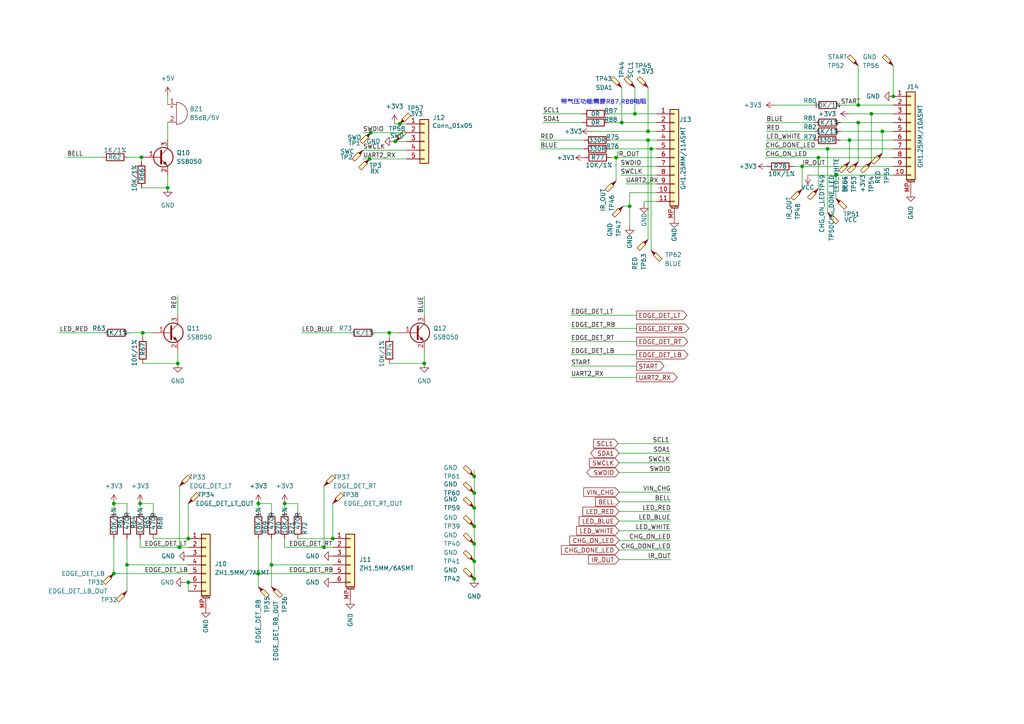
<source format=kicad_sch>
(kicad_sch (version 20231120) (generator "eeschema") (generator_version "8.0")
  (paper "A4")
  (title_block (company "Ovobot"))
  (lib_symbols
    (symbol "Connector:TestPoint_Probe" (pin_numbers hide) (pin_names (offset 0.762) hide)
      (property "Reference" "TP" (at 1.651 5.842 0))
      (property "Value" "TestPoint_Probe" (at 1.651 4.064 0))
      (symbol "TestPoint_Probe_0_1"
        (polyline (pts (xy 1.27 0.762) (xy 0 0) (xy 0.762 1.27) (xy 1.27 0.762)) (fill (type outline)))
        (polyline (pts (xy 1.397 0.635) (xy 0.635 1.397) (xy 2.413 3.175) (xy 3.175 2.413) (xy 1.397 0.635)) (fill (type background)))
      )
      (symbol "TestPoint_Probe_1_1"
        (pin passive line (at 0 0 90) (length 0) (name "1") (number "1"))
      )
    )
    (symbol "Connector_Generic:Conn_01x05" (pin_names (offset 1.016) hide)
      (property "Reference" "J" (at 0 7.62 0))
      (property "Value" "Conn_01x05" (at 0 -7.62 0))
      (symbol "Conn_01x05_1_1"
        (rectangle (start -1.27 -4.953) (end 0 -5.207) (stroke (width 0.1524)))
        (rectangle (start -1.27 -2.413) (end 0 -2.667) (stroke (width 0.1524)))
        (rectangle (start -1.27 0.127) (end 0 -0.127) (stroke (width 0.1524)))
        (rectangle (start -1.27 2.667) (end 0 2.413) (stroke (width 0.1524)))
        (rectangle (start -1.27 5.207) (end 0 4.953) (stroke (width 0.1524)))
        (rectangle (start -1.27 6.35) (end 1.27 -6.35) (stroke (width 0.254)) (fill (type background)))
        (pin passive line (at -5.08 5.08 0) (length 3.81) (name "Pin_1") (number "1"))
        (pin passive line (at -5.08 2.54 0) (length 3.81) (name "Pin_2") (number "2"))
        (pin passive line (at -5.08 0 0) (length 3.81) (name "Pin_3") (number "3"))
        (pin passive line (at -5.08 -2.54 0) (length 3.81) (name "Pin_4") (number "4"))
        (pin passive line (at -5.08 -5.08 0) (length 3.81) (name "Pin_5") (number "5"))
      )
    )
    (symbol "Connector_Generic_MountingPin:Conn_01x06_MountingPin" (pin_names (offset 1.016) hide)
      (property "Reference" "J" (at 0 7.62 0))
      (property "Value" "Conn_01x06_MountingPin" (at 1.27 -10.16 0))
      (symbol "Conn_01x06_MountingPin_1_1"
        (rectangle (start -1.27 -7.493) (end 0 -7.747) (stroke (width 0.1524)))
        (rectangle (start -1.27 -4.953) (end 0 -5.207) (stroke (width 0.1524)))
        (rectangle (start -1.27 -2.413) (end 0 -2.667) (stroke (width 0.1524)))
        (rectangle (start -1.27 0.127) (end 0 -0.127) (stroke (width 0.1524)))
        (rectangle (start -1.27 2.667) (end 0 2.413) (stroke (width 0.1524)))
        (rectangle (start -1.27 5.207) (end 0 4.953) (stroke (width 0.1524)))
        (rectangle (start -1.27 6.35) (end 1.27 -8.89) (stroke (width 0.254)) (fill (type background)))
        (polyline (pts (xy -1.016 -9.652) (xy 1.016 -9.652)) (stroke (width 0.1524)))
        (text "Mounting" (at 0 -9.271 0) (effects (font (size 0.381 0.381))))
        (pin passive line (at -5.08 5.08 0) (length 3.81) (name "Pin_1") (number "1"))
        (pin passive line (at -5.08 2.54 0) (length 3.81) (name "Pin_2") (number "2"))
        (pin passive line (at -5.08 0 0) (length 3.81) (name "Pin_3") (number "3"))
        (pin passive line (at -5.08 -2.54 0) (length 3.81) (name "Pin_4") (number "4"))
        (pin passive line (at -5.08 -5.08 0) (length 3.81) (name "Pin_5") (number "5"))
        (pin passive line (at -5.08 -7.62 0) (length 3.81) (name "Pin_6") (number "6"))
        (pin passive line (at 0 -12.7 90) (length 3.048) (name "MountPin") (number "MP"))
      )
    )
    (symbol "Connector_Generic_MountingPin:Conn_01x07_MountingPin" (pin_names (offset 1.016) hide)
      (property "Reference" "J" (at 0 10.16 0))
      (property "Value" "Conn_01x07_MountingPin" (at 1.27 -10.16 0))
      (symbol "Conn_01x07_MountingPin_1_1"
        (rectangle (start -1.27 -7.493) (end 0 -7.747) (stroke (width 0.1524)))
        (rectangle (start -1.27 -4.953) (end 0 -5.207) (stroke (width 0.1524)))
        (rectangle (start -1.27 -2.413) (end 0 -2.667) (stroke (width 0.1524)))
        (rectangle (start -1.27 0.127) (end 0 -0.127) (stroke (width 0.1524)))
        (rectangle (start -1.27 2.667) (end 0 2.413) (stroke (width 0.1524)))
        (rectangle (start -1.27 5.207) (end 0 4.953) (stroke (width 0.1524)))
        (rectangle (start -1.27 7.747) (end 0 7.493) (stroke (width 0.1524)))
        (rectangle (start -1.27 8.89) (end 1.27 -8.89) (stroke (width 0.254)) (fill (type background)))
        (polyline (pts (xy -1.016 -9.652) (xy 1.016 -9.652)) (stroke (width 0.1524)))
        (text "Mounting" (at 0 -9.271 0) (effects (font (size 0.381 0.381))))
        (pin passive line (at -5.08 7.62 0) (length 3.81) (name "Pin_1") (number "1"))
        (pin passive line (at -5.08 5.08 0) (length 3.81) (name "Pin_2") (number "2"))
        (pin passive line (at -5.08 2.54 0) (length 3.81) (name "Pin_3") (number "3"))
        (pin passive line (at -5.08 0 0) (length 3.81) (name "Pin_4") (number "4"))
        (pin passive line (at -5.08 -2.54 0) (length 3.81) (name "Pin_5") (number "5"))
        (pin passive line (at -5.08 -5.08 0) (length 3.81) (name "Pin_6") (number "6"))
        (pin passive line (at -5.08 -7.62 0) (length 3.81) (name "Pin_7") (number "7"))
        (pin passive line (at 0 -12.7 90) (length 3.048) (name "MountPin") (number "MP"))
      )
    )
    (symbol "Connector_Generic_MountingPin:Conn_01x10_MountingPin" (pin_names (offset 1.016) hide)
      (property "Reference" "J" (at 0 12.7 0))
      (property "Value" "Conn_01x10_MountingPin" (at 1.27 -15.24 0))
      (symbol "Conn_01x10_MountingPin_1_1"
        (rectangle (start -1.27 -12.573) (end 0 -12.827) (stroke (width 0.1524)))
        (rectangle (start -1.27 -10.033) (end 0 -10.287) (stroke (width 0.1524)))
        (rectangle (start -1.27 -7.493) (end 0 -7.747) (stroke (width 0.1524)))
        (rectangle (start -1.27 -4.953) (end 0 -5.207) (stroke (width 0.1524)))
        (rectangle (start -1.27 -2.413) (end 0 -2.667) (stroke (width 0.1524)))
        (rectangle (start -1.27 0.127) (end 0 -0.127) (stroke (width 0.1524)))
        (rectangle (start -1.27 2.667) (end 0 2.413) (stroke (width 0.1524)))
        (rectangle (start -1.27 5.207) (end 0 4.953) (stroke (width 0.1524)))
        (rectangle (start -1.27 7.747) (end 0 7.493) (stroke (width 0.1524)))
        (rectangle (start -1.27 10.287) (end 0 10.033) (stroke (width 0.1524)))
        (rectangle (start -1.27 11.43) (end 1.27 -13.97) (stroke (width 0.254)) (fill (type background)))
        (polyline (pts (xy -1.016 -14.732) (xy 1.016 -14.732)) (stroke (width 0.1524)))
        (text "Mounting" (at 0 -14.351 0) (effects (font (size 0.381 0.381))))
        (pin passive line (at -5.08 10.16 0) (length 3.81) (name "Pin_1") (number "1"))
        (pin passive line (at -5.08 -12.7 0) (length 3.81) (name "Pin_10") (number "10"))
        (pin passive line (at -5.08 7.62 0) (length 3.81) (name "Pin_2") (number "2"))
        (pin passive line (at -5.08 5.08 0) (length 3.81) (name "Pin_3") (number "3"))
        (pin passive line (at -5.08 2.54 0) (length 3.81) (name "Pin_4") (number "4"))
        (pin passive line (at -5.08 0 0) (length 3.81) (name "Pin_5") (number "5"))
        (pin passive line (at -5.08 -2.54 0) (length 3.81) (name "Pin_6") (number "6"))
        (pin passive line (at -5.08 -5.08 0) (length 3.81) (name "Pin_7") (number "7"))
        (pin passive line (at -5.08 -7.62 0) (length 3.81) (name "Pin_8") (number "8"))
        (pin passive line (at -5.08 -10.16 0) (length 3.81) (name "Pin_9") (number "9"))
        (pin passive line (at 0 -17.78 90) (length 3.048) (name "MountPin") (number "MP"))
      )
    )
    (symbol "Connector_Generic_MountingPin:Conn_01x11_MountingPin" (pin_names (offset 1.016) hide)
      (property "Reference" "J" (at 0 15.24 0))
      (property "Value" "Conn_01x11_MountingPin" (at 1.27 -15.24 0))
      (symbol "Conn_01x11_MountingPin_1_1"
        (rectangle (start -1.27 -12.573) (end 0 -12.827) (stroke (width 0.1524)))
        (rectangle (start -1.27 -10.033) (end 0 -10.287) (stroke (width 0.1524)))
        (rectangle (start -1.27 -7.493) (end 0 -7.747) (stroke (width 0.1524)))
        (rectangle (start -1.27 -4.953) (end 0 -5.207) (stroke (width 0.1524)))
        (rectangle (start -1.27 -2.413) (end 0 -2.667) (stroke (width 0.1524)))
        (rectangle (start -1.27 0.127) (end 0 -0.127) (stroke (width 0.1524)))
        (rectangle (start -1.27 2.667) (end 0 2.413) (stroke (width 0.1524)))
        (rectangle (start -1.27 5.207) (end 0 4.953) (stroke (width 0.1524)))
        (rectangle (start -1.27 7.747) (end 0 7.493) (stroke (width 0.1524)))
        (rectangle (start -1.27 10.287) (end 0 10.033) (stroke (width 0.1524)))
        (rectangle (start -1.27 12.827) (end 0 12.573) (stroke (width 0.1524)))
        (rectangle (start -1.27 13.97) (end 1.27 -13.97) (stroke (width 0.254)) (fill (type background)))
        (polyline (pts (xy -1.016 -14.732) (xy 1.016 -14.732)) (stroke (width 0.1524)))
        (text "Mounting" (at 0 -14.351 0) (effects (font (size 0.381 0.381))))
        (pin passive line (at -5.08 12.7 0) (length 3.81) (name "Pin_1") (number "1"))
        (pin passive line (at -5.08 -10.16 0) (length 3.81) (name "Pin_10") (number "10"))
        (pin passive line (at -5.08 -12.7 0) (length 3.81) (name "Pin_11") (number "11"))
        (pin passive line (at -5.08 10.16 0) (length 3.81) (name "Pin_2") (number "2"))
        (pin passive line (at -5.08 7.62 0) (length 3.81) (name "Pin_3") (number "3"))
        (pin passive line (at -5.08 5.08 0) (length 3.81) (name "Pin_4") (number "4"))
        (pin passive line (at -5.08 2.54 0) (length 3.81) (name "Pin_5") (number "5"))
        (pin passive line (at -5.08 0 0) (length 3.81) (name "Pin_6") (number "6"))
        (pin passive line (at -5.08 -2.54 0) (length 3.81) (name "Pin_7") (number "7"))
        (pin passive line (at -5.08 -5.08 0) (length 3.81) (name "Pin_8") (number "8"))
        (pin passive line (at -5.08 -7.62 0) (length 3.81) (name "Pin_9") (number "9"))
        (pin passive line (at 0 -17.78 90) (length 3.048) (name "MountPin") (number "MP"))
      )
    )
    (symbol "Device:Buzzer" (pin_names (offset 0.0254) hide)
      (property "Reference" "BZ" (at 3.81 1.27 0))
      (property "Value" "Buzzer" (at 3.81 -1.27 0))
      (symbol "Buzzer_0_1"
        (arc (start 0 -3.175) (mid 3.1612 0) (end 0 3.175))
        (polyline (pts (xy -1.651 1.905) (xy -1.143 1.905)))
        (polyline (pts (xy -1.397 2.159) (xy -1.397 1.651)))
        (polyline (pts (xy 0 3.175) (xy 0 -3.175)))
      )
      (symbol "Buzzer_1_1"
        (pin passive line (at -2.54 2.54 0) (length 2.54) (name "-") (number "1"))
        (pin passive line (at -2.54 -2.54 0) (length 2.54) (name "+") (number "2"))
      )
    )
    (symbol "Device:Q_NPN_BEC" (pin_names (offset 0) hide)
      (property "Reference" "Q" (at 5.08 1.27 0))
      (property "Value" "Q_NPN_BEC" (at 5.08 -1.27 0))
      (symbol "Q_NPN_BEC_0_1"
        (polyline (pts (xy 0.635 0.635) (xy 2.54 2.54)))
        (polyline (pts (xy 0.635 -0.635) (xy 2.54 -2.54) (xy 2.54 -2.54)))
        (polyline (pts (xy 0.635 1.905) (xy 0.635 -1.905) (xy 0.635 -1.905)) (stroke (width 0.508)))
        (polyline (pts (xy 1.27 -1.778) (xy 1.778 -1.27) (xy 2.286 -2.286) (xy 1.27 -1.778) (xy 1.27 -1.778)) (fill (type outline)))
        (circle (center 1.27 0) (radius 2.8194) (stroke (width 0.254)))
      )
      (symbol "Q_NPN_BEC_1_1"
        (pin input line (at -5.08 0 0) (length 5.715) (name "B") (number "1"))
        (pin passive line (at 2.54 -5.08 90) (length 2.54) (name "E") (number "2"))
        (pin passive line (at 2.54 5.08 270) (length 2.54) (name "C") (number "3"))
      )
    )
    (symbol "Device:R" (pin_numbers hide) (pin_names (offset 0))
      (property "Reference" "R" (at 2.032 0 90))
      (property "Value" "R" (at 0 0 90))
      (symbol "R_0_1"
        (rectangle (start -1.016 -2.54) (end 1.016 2.54) (stroke (width 0.254)))
      )
      (symbol "R_1_1"
        (pin passive line (at 0 3.81 270) (length 1.27) (name "~") (number "1"))
        (pin passive line (at 0 -3.81 90) (length 1.27) (name "~") (number "2"))
      )
    )
    (symbol "power:+3V3" (power) (pin_names (offset 0))
      (property "Value" "+3V3" (at 0 3.556 0))
      (symbol "+3V3_0_1"
        (polyline (pts (xy -0.762 1.27) (xy 0 2.54)))
        (polyline (pts (xy 0 0) (xy 0 2.54)))
        (polyline (pts (xy 0 2.54) (xy 0.762 1.27)))
      )
      (symbol "+3V3_1_1"
        (pin power_in line (at 0 0 90) (length 0) hide (name "+3V3") (number "1"))
      )
    )
    (symbol "power:+5V" (power) (pin_names (offset 0))
      (property "Value" "+5V" (at 0 3.556 0))
      (symbol "+5V_0_1"
        (polyline (pts (xy -0.762 1.27) (xy 0 2.54)))
        (polyline (pts (xy 0 0) (xy 0 2.54)))
        (polyline (pts (xy 0 2.54) (xy 0.762 1.27)))
      )
      (symbol "+5V_1_1"
        (pin power_in line (at 0 0 90) (length 0) hide (name "+5V") (number "1"))
      )
    )
    (symbol "power:GND" (power) (pin_names (offset 0))
      (property "Value" "GND" (at 0 -3.81 0))
      (symbol "GND_0_1"
        (polyline (pts (xy 0 0) (xy 0 -1.27) (xy 1.27 -1.27) (xy 0 -2.54) (xy -1.27 -1.27) (xy 0 -1.27)))
      )
      (symbol "GND_1_1"
        (pin power_in line (at 0 0 270) (length 0) hide (name "GND") (number "1"))
      )
    )
    (symbol "power:VCC" (power) (pin_names (offset 0))
      (property "Value" "VCC" (at 0 3.81 0))
      (symbol "VCC_0_1"
        (polyline (pts (xy -0.762 1.27) (xy 0 2.54)))
        (polyline (pts (xy 0 0) (xy 0 2.54)))
        (polyline (pts (xy 0 2.54) (xy 0.762 1.27)))
      )
      (symbol "VCC_1_1"
        (pin power_in line (at 0 0 90) (length 0) hide (name "VCC") (number "1"))
      )
    )
  )
  (junction (at 255.905 38.1))
  (junction (at 107.188 46.101))
  (junction (at 78.74 163.83))
  (junction (at 242.443 50.8))
  (junction (at 74.93 166.37))
  (junction (at 114.681 41.021))
  (junction (at 41.402 96.52))
  (junction (at 182.626 59.817))
  (junction (at 33.02 166.37))
  (junction (at 51.562 105.41))
  (junction (at 248.92 30.48))
  (junction (at 96.52 156.21))
  (junction (at 237.363 45.72))
  (junction (at 54.61 156.21))
  (junction (at 52.07 158.75))
  (junction (at 137.541 157.734))
  (junction (at 115.951 35.941))
  (junction (at 74.93 146.05))
  (junction (at 188.849 43.18))
  (junction (at 40.64 146.05))
  (junction (at 93.98 158.75))
  (junction (at 137.541 167.894))
  (junction (at 123.063 105.41))
  (junction (at 137.541 147.32))
  (junction (at 180.34 35.56))
  (junction (at 33.02 146.05))
  (junction (at 137.541 162.814))
  (junction (at 184.15 33.02))
  (junction (at 137.541 143.002))
  (junction (at 187.96 38.1))
  (junction (at 48.641 54.483))
  (junction (at 178.689 45.72))
  (junction (at 41.021 45.593))
  (junction (at 246.38 40.64))
  (junction (at 187.96 40.64))
  (junction (at 248.92 35.56))
  (junction (at 107.569 38.481))
  (junction (at 112.903 96.52))
  (junction (at 82.55 146.05))
  (junction (at 259.08 27.94))
  (junction (at 36.83 163.83))
  (junction (at 252.73 33.02))
  (junction (at 240.03 43.18))
  (junction (at 137.541 152.654))
  (junction (at 54.61 168.91))
  (junction (at 137.541 138.176))
  (junction (at 232.664 48.26))
  (wire (pts (xy 82.55 158.75) (xy 93.98 158.75)))
  (wire (pts (xy 240.03 61.722) (xy 240.03 43.18)))
  (wire (pts (xy 114.681 41.021) (xy 117.983 41.021)))
  (wire (pts (xy 186.817 58.42) (xy 186.817 59.182)))
  (wire (pts (xy 243.84 30.48) (xy 248.92 30.48)))
  (wire (pts (xy 165.608 99.06) (xy 184.658 99.06)))
  (wire (pts (xy 221.996 45.72) (xy 237.363 45.72)))
  (wire (pts (xy 234.315 50.8) (xy 242.443 50.8)))
  (wire (pts (xy 44.45 156.21) (xy 54.61 156.21)))
  (wire (pts (xy 224.79 30.48) (xy 236.22 30.48)))
  (wire (pts (xy 114.173 41.021) (xy 114.681 41.021)))
  (wire (pts (xy 243.84 35.56) (xy 248.92 35.56)))
  (wire (pts (xy 179.578 145.542) (xy 194.564 145.542)))
  (wire (pts (xy 179.578 137.033) (xy 194.437 137.033)))
  (wire (pts (xy 171.45 38.1) (xy 187.96 38.1)))
  (wire (pts (xy 179.578 159.512) (xy 194.564 159.512)))
  (wire (pts (xy 165.608 106.172) (xy 184.658 106.172)))
  (wire (pts (xy 187.96 40.64) (xy 190.5 40.64)))
  (wire (pts (xy 86.36 156.21) (xy 96.52 156.21)))
  (wire (pts (xy 36.83 146.05) (xy 36.83 148.59)))
  (wire (pts (xy 40.64 158.75) (xy 40.64 156.21)))
  (wire (pts (xy 105.283 43.561) (xy 117.983 43.561)))
  (wire (pts (xy 137.541 152.654) (xy 137.541 157.734)))
  (wire (pts (xy 255.905 38.1) (xy 259.08 38.1)))
  (wire (pts (xy 44.45 148.59) (xy 44.45 146.05)))
  (wire (pts (xy 78.74 156.21) (xy 78.74 163.83)))
  (wire (pts (xy 180.34 25.4) (xy 180.34 35.56)))
  (wire (pts (xy 48.641 35.433) (xy 48.641 40.513)))
  (wire (pts (xy 246.38 40.64) (xy 259.08 40.64)))
  (wire (pts (xy 242.443 57.531) (xy 242.443 50.8)))
  (wire (pts (xy 177.165 45.72) (xy 178.689 45.72)))
  (wire (pts (xy 112.903 96.52) (xy 115.443 96.52)))
  (wire (pts (xy 36.83 163.83) (xy 36.83 171.45)))
  (wire (pts (xy 137.541 162.814) (xy 137.541 167.894)))
  (wire (pts (xy 115.951 35.941) (xy 117.983 35.941)))
  (wire (pts (xy 74.93 166.37) (xy 74.93 170.18)))
  (wire (pts (xy 41.402 96.52) (xy 43.942 96.52)))
  (wire (pts (xy 255.905 38.1) (xy 255.905 44.45)))
  (wire (pts (xy 176.53 33.02) (xy 184.15 33.02)))
  (wire (pts (xy 179.959 48.26) (xy 190.5 48.26)))
  (wire (pts (xy 176.53 35.56) (xy 180.34 35.56)))
  (wire (pts (xy 187.96 25.4) (xy 187.96 38.1)))
  (wire (pts (xy 184.15 25.4) (xy 184.15 33.02)))
  (wire (pts (xy 179.578 153.924) (xy 194.437 153.924)))
  (wire (pts (xy 188.849 72.644) (xy 188.849 43.18)))
  (wire (pts (xy 165.608 95.25) (xy 184.658 95.25)))
  (wire (pts (xy 182.626 59.817) (xy 182.626 65.532)))
  (wire (pts (xy 74.93 166.37) (xy 96.52 166.37)))
  (wire (pts (xy 41.021 45.593) (xy 41.021 46.863)))
  (wire (pts (xy 137.541 147.32) (xy 137.541 152.654)))
  (wire (pts (xy 82.55 158.75) (xy 82.55 156.21)))
  (wire (pts (xy 87.503 96.52) (xy 101.473 96.52)))
  (wire (pts (xy 137.541 136.271) (xy 137.541 138.176)))
  (wire (pts (xy 74.93 166.37) (xy 74.93 156.21)))
  (wire (pts (xy 86.36 146.05) (xy 82.55 146.05)))
  (wire (pts (xy 179.578 142.748) (xy 194.564 142.748)))
  (wire (pts (xy 156.718 40.64) (xy 169.418 40.64)))
  (wire (pts (xy 179.578 156.718) (xy 194.564 156.718)))
  (wire (pts (xy 179.578 148.336) (xy 194.564 148.336)))
  (wire (pts (xy 86.36 148.59) (xy 86.36 146.05)))
  (wire (pts (xy 78.74 163.83) (xy 96.52 163.83)))
  (wire (pts (xy 246.38 33.02) (xy 252.73 33.02)))
  (wire (pts (xy 179.578 151.13) (xy 194.564 151.13)))
  (wire (pts (xy 177.038 43.18) (xy 188.849 43.18)))
  (wire (pts (xy 36.83 163.83) (xy 54.61 163.83)))
  (wire (pts (xy 48.641 27.813) (xy 48.641 30.353)))
  (wire (pts (xy 109.093 96.52) (xy 112.903 96.52)))
  (wire (pts (xy 82.55 146.05) (xy 82.55 148.59)))
  (wire (pts (xy 165.608 109.474) (xy 184.658 109.474)))
  (wire (pts (xy 78.74 163.83) (xy 78.74 170.18)))
  (wire (pts (xy 248.92 19.05) (xy 248.92 30.48)))
  (wire (pts (xy 52.07 140.97) (xy 52.07 158.75)))
  (wire (pts (xy 48.641 50.673) (xy 48.641 54.483)))
  (wire (pts (xy 51.562 101.6) (xy 51.562 105.41)))
  (wire (pts (xy 180.721 59.817) (xy 182.626 59.817)))
  (wire (pts (xy 181.483 53.34) (xy 190.5 53.34)))
  (wire (pts (xy 243.713 40.64) (xy 246.38 40.64)))
  (wire (pts (xy 248.92 35.56) (xy 248.92 46.99)))
  (wire (pts (xy 165.608 102.87) (xy 184.658 102.87)))
  (wire (pts (xy 187.96 38.1) (xy 190.5 38.1)))
  (wire (pts (xy 37.211 45.593) (xy 41.021 45.593)))
  (wire (pts (xy 177.038 40.64) (xy 187.96 40.64)))
  (wire (pts (xy 78.74 148.59) (xy 78.74 146.05)))
  (wire (pts (xy 40.64 158.75) (xy 52.07 158.75)))
  (wire (pts (xy 179.578 134.239) (xy 194.437 134.239)))
  (wire (pts (xy 41.402 96.52) (xy 41.402 97.79)))
  (wire (pts (xy 93.98 158.75) (xy 96.52 158.75)))
  (wire (pts (xy 157.48 33.02) (xy 168.91 33.02)))
  (wire (pts (xy 53.594 168.91) (xy 54.61 168.91)))
  (wire (pts (xy 33.02 166.37) (xy 33.02 156.21)))
  (wire (pts (xy 248.92 30.48) (xy 259.08 30.48)))
  (wire (pts (xy 40.64 146.05) (xy 40.64 148.59)))
  (wire (pts (xy 237.363 45.72) (xy 259.08 45.72)))
  (wire (pts (xy 252.73 33.02) (xy 252.73 46.99)))
  (wire (pts (xy 243.84 38.1) (xy 255.905 38.1)))
  (wire (pts (xy 33.02 146.05) (xy 33.02 148.59)))
  (wire (pts (xy 123.063 105.41) (xy 112.903 105.41)))
  (wire (pts (xy 41.021 54.483) (xy 48.641 54.483)))
  (wire (pts (xy 93.98 140.97) (xy 93.98 158.75)))
  (wire (pts (xy 222.25 40.64) (xy 236.093 40.64)))
  (wire (pts (xy 54.61 168.91) (xy 54.61 171.45)))
  (wire (pts (xy 184.15 33.02) (xy 190.5 33.02)))
  (wire (pts (xy 112.903 96.52) (xy 112.903 97.79)))
  (wire (pts (xy 222.25 35.56) (xy 236.22 35.56)))
  (wire (pts (xy 19.431 45.593) (xy 29.591 45.593)))
  (wire (pts (xy 232.664 48.26) (xy 259.08 48.26)))
  (wire (pts (xy 105.283 46.101) (xy 107.188 46.101)))
  (wire (pts (xy 178.689 45.72) (xy 190.5 45.72)))
  (wire (pts (xy 182.626 55.88) (xy 182.626 59.817)))
  (wire (pts (xy 114.427 35.941) (xy 115.951 35.941)))
  (wire (pts (xy 182.626 55.88) (xy 190.5 55.88)))
  (wire (pts (xy 179.959 50.8) (xy 190.5 50.8)))
  (wire (pts (xy 252.73 33.02) (xy 259.08 33.02)))
  (wire (pts (xy 37.592 96.52) (xy 41.402 96.52)))
  (wire (pts (xy 74.93 146.05) (xy 74.93 148.59)))
  (wire (pts (xy 259.08 19.05) (xy 259.08 27.94)))
  (wire (pts (xy 165.608 91.44) (xy 184.658 91.44)))
  (wire (pts (xy 248.92 35.56) (xy 259.08 35.56)))
  (wire (pts (xy 137.541 143.002) (xy 137.541 147.32)))
  (wire (pts (xy 178.689 45.72) (xy 178.689 52.451)))
  (wire (pts (xy 51.562 105.41) (xy 41.402 105.41)))
  (wire (pts (xy 96.52 146.05) (xy 96.52 156.21)))
  (wire (pts (xy 246.38 46.99) (xy 246.38 40.64)))
  (wire (pts (xy 54.61 146.05) (xy 54.61 156.21)))
  (wire (pts (xy 156.718 43.18) (xy 169.418 43.18)))
  (wire (pts (xy 232.664 54.864) (xy 232.664 48.26)))
  (wire (pts (xy 51.562 85.725) (xy 51.562 91.44)))
  (wire (pts (xy 240.03 43.18) (xy 259.08 43.18)))
  (wire (pts (xy 78.74 146.05) (xy 74.93 146.05)))
  (wire (pts (xy 36.83 146.05) (xy 33.02 146.05)))
  (wire (pts (xy 52.07 158.75) (xy 54.61 158.75)))
  (wire (pts (xy 123.063 101.6) (xy 123.063 105.41)))
  (wire (pts (xy 44.45 146.05) (xy 40.64 146.05)))
  (wire (pts (xy 187.96 69.469) (xy 187.96 40.64)))
  (wire (pts (xy 36.83 156.21) (xy 36.83 163.83)))
  (wire (pts (xy 222.25 38.1) (xy 236.22 38.1)))
  (wire (pts (xy 230.124 48.26) (xy 232.664 48.26)))
  (wire (pts (xy 137.541 138.176) (xy 137.541 143.002)))
  (wire (pts (xy 180.34 35.56) (xy 190.5 35.56)))
  (wire (pts (xy 105.283 38.481) (xy 107.569 38.481)))
  (wire (pts (xy 179.578 131.445) (xy 194.437 131.445)))
  (wire (pts (xy 137.541 157.734) (xy 137.541 162.814)))
  (wire (pts (xy 123.063 85.852) (xy 123.063 91.44)))
  (wire (pts (xy 186.817 58.42) (xy 190.5 58.42)))
  (wire (pts (xy 157.48 35.56) (xy 168.91 35.56)))
  (wire (pts (xy 237.363 54.737) (xy 237.363 45.72)))
  (wire (pts (xy 242.443 50.8) (xy 259.08 50.8)))
  (wire (pts (xy 179.324 128.651) (xy 194.183 128.651)))
  (wire (pts (xy 107.188 46.101) (xy 117.983 46.101)))
  (wire (pts (xy 221.996 43.18) (xy 240.03 43.18)))
  (wire (pts (xy 17.272 96.52) (xy 29.972 96.52)))
  (wire (pts (xy 179.578 162.306) (xy 194.564 162.306)))
  (wire (pts (xy 188.849 43.18) (xy 190.5 43.18)))
  (wire (pts (xy 33.02 166.37) (xy 54.61 166.37)))
  (wire (pts (xy 107.569 38.481) (xy 117.983 38.481)))
  (text "带气压功能需要R87,R88电阻" (at 162.56 30.48 0) (effects (font (size 1.27 1.27)) (justify left bottom)))
  (label "BLUE" (at 156.718 43.18 0))
  (label "SWCLK" (at 194.437 134.239 180))
  (label "SCL1" (at 157.48 33.02 0))
  (label "BELL" (at 19.431 45.593 0))
  (label "EDGE_DET_LB" (at 41.91 166.37 0))
  (label "SWDIO" (at 194.437 137.033 180))
  (label "EDGE_DET_RT" (at 165.608 99.06 0))
  (label "LED_BLUE" (at 87.503 96.52 0))
  (label "BLUE" (at 222.25 35.56 0))
  (label "SDA1" (at 194.437 131.445 180))
  (label "UART2_RX" (at 105.283 46.101 0))
  (label "EDGE_DET_LB" (at 165.608 102.87 0))
  (label "LED_RED" (at 17.272 96.52 0))
  (label "SDA1" (at 157.48 35.56 0))
  (label "IR_OUT" (at 232.664 48.26 0))
  (label "EDGE_DET_RT" (at 83.82 158.75 0))
  (label "EDGE_DET_RB" (at 165.608 95.25 0))
  (label "LED_RED" (at 194.564 148.336 180))
  (label "IR_OUT" (at 194.564 162.306 180))
  (label "CHG_ON_LED" (at 194.564 156.718 180))
  (label "EDGE_DET_LT" (at 165.608 91.44 0))
  (label "CHG_ON_LED" (at 221.996 45.72 0))
  (label "BLUE" (at 123.063 85.852 270))
  (label "SWCLK" (at 105.283 43.561 0))
  (label "SWCLK" (at 179.959 50.8 0))
  (label "RED" (at 51.562 85.725 270))
  (label "BELL" (at 194.564 145.542 180))
  (label "EDGE_DET_RB" (at 83.82 166.37 0))
  (label "LED_WHITE" (at 222.25 40.64 0))
  (label "UART2_RX" (at 165.608 109.474 0))
  (label "START" (at 243.84 30.48 0))
  (label "LED_BLUE" (at 194.564 151.13 180))
  (label "EDGE_DET_LT" (at 41.91 158.75 0))
  (label "SWDIO" (at 105.283 38.481 0))
  (label "START" (at 165.608 106.172 0))
  (label "CHG_DONE_LED" (at 221.996 43.18 0))
  (label "RED" (at 156.718 40.64 0))
  (label "RED" (at 222.25 38.1 0))
  (label "CHG_DONE_LED" (at 194.564 159.512 180))
  (label "VIN_CHG" (at 194.564 142.748 180))
  (label "SWDIO" (at 179.959 48.26 0))
  (label "IR_OUT" (at 178.816 45.72 0))
  (label "SCL1" (at 194.183 128.651 180))
  (label "UART2_RX" (at 181.483 53.34 0))
  (label "LED_WHITE" (at 194.437 153.924 180))
  (global_label "SDA1" (shape bidirectional) (at 179.578 131.445 180) (property "Intersheetrefs" "${INTERSHEET_REFS}" (effects (hide yes))))
  (global_label "LED_RED" (shape input) (at 179.578 148.336 180) (property "Intersheetrefs" "${INTERSHEET_REFS}" (effects (hide yes))))
  (global_label "EDGE_DET_RT" (shape output) (at 184.658 99.06 0) (property "Intersheetrefs" "${INTERSHEET_REFS}" (effects (hide yes))))
  (global_label "SWDIO" (shape bidirectional) (at 179.578 137.033 180) (property "Intersheetrefs" "${INTERSHEET_REFS}" (effects (hide yes))))
  (global_label "CHG_DONE_LED" (shape input) (at 179.578 159.512 180) (property "Intersheetrefs" "${INTERSHEET_REFS}" (effects (hide yes))))
  (global_label "EDGE_DET_LT" (shape output) (at 184.658 91.44 0) (property "Intersheetrefs" "${INTERSHEET_REFS}" (effects (hide yes))))
  (global_label "EDGE_DET_LB" (shape output) (at 184.658 102.87 0) (property "Intersheetrefs" "${INTERSHEET_REFS}" (effects (hide yes))))
  (global_label "START" (shape output) (at 184.658 106.172 0) (property "Intersheetrefs" "${INTERSHEET_REFS}" (effects (hide yes))))
  (global_label "SWCLK" (shape input) (at 179.578 134.239 180) (property "Intersheetrefs" "${INTERSHEET_REFS}" (effects (hide yes))))
  (global_label "VIN_CHG" (shape input) (at 179.578 142.748 180) (property "Intersheetrefs" "${INTERSHEET_REFS}" (effects (hide yes))))
  (global_label "UART2_RX" (shape output) (at 184.658 109.474 0) (property "Intersheetrefs" "${INTERSHEET_REFS}" (effects (hide yes))))
  (global_label "LED_WHITE" (shape input) (at 179.578 153.924 180) (property "Intersheetrefs" "${INTERSHEET_REFS}" (effects (hide yes))))
  (global_label "CHG_ON_LED" (shape input) (at 179.578 156.718 180) (property "Intersheetrefs" "${INTERSHEET_REFS}" (effects (hide yes))))
  (global_label "SCL1" (shape input) (at 179.324 128.651 180) (property "Intersheetrefs" "${INTERSHEET_REFS}" (effects (hide yes))))
  (global_label "LED_BLUE" (shape input) (at 179.578 151.13 180) (property "Intersheetrefs" "${INTERSHEET_REFS}" (effects (hide yes))))
  (global_label "EDGE_DET_RB" (shape output) (at 184.658 95.25 0) (property "Intersheetrefs" "${INTERSHEET_REFS}" (effects (hide yes))))
  (global_label "IR_OUT" (shape input) (at 179.578 162.306 180) (property "Intersheetrefs" "${INTERSHEET_REFS}" (effects (hide yes))))
  (global_label "BELL" (shape input) (at 179.578 145.542 180) (property "Intersheetrefs" "${INTERSHEET_REFS}" (effects (hide yes))))
  (symbol (lib_id "Connector_Generic_MountingPin:Conn_01x10_MountingPin") (at 264.16 38.1 0) (unit 1)
    (property "Reference" "J14" (at 262.89 25.146 0) (effects (justify left)))
    (property "Value" "GH1.25MM/10ASMT" (at 266.954 48.768 90) (effects (justify left)))
    (property "Footprint" "Connector_JST:JST_GH_BM10B-GHS-TBT_1x10-1MP_P1.25mm_Vertical" (effects (hide yes)))
  )
  (symbol (lib_id "Connector_Generic_MountingPin:Conn_01x07_MountingPin") (at 59.69 163.83 0) (unit 1)
    (property "Reference" "J10" (at 62.23 163.5506 0) (effects (justify left)))
    (property "Value" "ZH1.5MM/7ASMT" (at 62.23 166.0906 0) (effects (justify left)))
    (property "Footprint" "Ovo_Connector_JST:JST_ZH_B7B-ZR-SM4-TF_1x07-1MP_P1.50mm_Vertical" (effects (hide yes)))
  )
  (symbol (lib_id "power:GND") (at 195.58 63.5 0) (unit 1)
    (property "Reference" "#PWR0130" (effects (hide yes)))
    (property "Value" "GND" (at 195.58 66.04 90) (effects (justify right)))
  )
  (symbol (lib_id "power:GND") (at 123.063 105.41 0) (unit 1)
    (property "Reference" "#PWR0124" (effects (hide yes)))
    (property "Value" "GND" (at 123.063 110.49 0))
  )
  (symbol (lib_id "Connector:TestPoint_Probe") (at 105.283 43.561 180) (unit 1)
    (property "Reference" "TP2" (at 98.679 45.593 0) (effects (justify right)))
    (property "Value" "SWC" (at 98.679 43.942 0) (effects (justify right)))
    (property "Footprint" "TestPoint:TestPoint_Pad_D1.0mm" (effects (hide yes)))
  )
  (symbol (lib_id "Device:Q_NPN_BEC") (at 49.022 96.52 0) (unit 1)
    (property "Reference" "Q11" (at 54.102 95.2499 0) (effects (justify left)))
    (property "Value" "SS8050" (at 54.102 97.7899 0) (effects (justify left)))
    (property "Footprint" "Package_TO_SOT_SMD:SOT-23" (effects (hide yes)))
  )
  (symbol (lib_id "Device:R") (at 173.228 43.18 90) (unit 1)
    (property "Reference" "R76" (at 177.673 42.418 90))
    (property "Value" "330R" (at 173.228 43.18 90))
    (property "Footprint" "Resistor_SMD:R_0603_1608Metric" (effects (hide yes)))
  )
  (symbol (lib_id "Device:R") (at 40.64 152.4 0) (unit 1)
    (property "Reference" "R65" (at 42.672 153.416 90) (effects (justify left)))
    (property "Value" "10K/1%" (at 40.64 154.94 90) (effects (justify left)))
    (property "Footprint" "Resistor_SMD:R_0603_1608Metric" (effects (hide yes)))
  )
  (symbol (lib_id "Connector:TestPoint_Probe") (at 36.83 171.45 180) (unit 1)
    (property "Reference" "TP32" (at 29.21 173.99 0) (effects (justify right)))
    (property "Value" "EDGE_DET_LB_OUT" (at 13.97 171.45 0) (effects (justify right)))
    (property "Footprint" "TestPoint:TestPoint_Pad_D1.0mm" (effects (hide yes)))
  )
  (symbol (lib_id "Connector:TestPoint_Probe") (at 137.541 138.176 90) (unit 1)
    (property "Reference" "TP61" (at 128.651 138.176 90) (effects (justify right)))
    (property "Value" "GND" (at 128.651 135.636 90) (effects (justify right)))
    (property "Footprint" "TestPoint:TestPoint_Pad_D1.0mm" (effects (hide yes)))
  )
  (symbol (lib_id "Connector:TestPoint_Probe") (at 93.98 140.97 0) (unit 1)
    (property "Reference" "TP37" (at 101.6 138.43 0) (effects (justify right)))
    (property "Value" "EDGE_DET_RT" (at 109.22 140.97 0) (effects (justify right)))
    (property "Footprint" "TestPoint:TestPoint_Pad_D1.0mm" (effects (hide yes)))
  )
  (symbol (lib_id "Connector:TestPoint_Probe") (at 107.569 38.481 180) (unit 1)
    (property "Reference" "TP1" (at 100.965 41.529 0) (effects (justify right)))
    (property "Value" "SWD" (at 100.711 39.878 0) (effects (justify right)))
    (property "Footprint" "TestPoint:TestPoint_Pad_D1.0mm" (effects (hide yes)))
  )
  (symbol (lib_id "power:+3V3") (at 82.55 146.05 0) (unit 1)
    (property "Reference" "#PWR0118" (effects (hide yes)))
    (property "Value" "+3V3" (at 82.55 140.97 0))
  )
  (symbol (lib_id "Connector:TestPoint_Probe") (at 180.34 25.4 90) (unit 1)
    (property "Reference" "TP43" (at 172.72 22.86 90) (effects (justify right)))
    (property "Value" "SDA1" (at 172.72 25.4 90) (effects (justify right)))
    (property "Footprint" "TestPoint:TestPoint_Pad_D1.0mm" (effects (hide yes)))
  )
  (symbol (lib_id "Device:R") (at 74.93 152.4 0) (unit 1)
    (property "Reference" "R69" (at 76.962 154.94 90) (effects (justify left)))
    (property "Value" "10K/1%" (at 74.93 154.94 90) (effects (justify left)))
    (property "Footprint" "Resistor_SMD:R_0603_1608Metric" (effects (hide yes)))
  )
  (symbol (lib_id "Device:R") (at 239.903 40.64 90) (unit 1)
    (property "Reference" "R79" (at 234.95 39.751 90))
    (property "Value" "330R" (at 239.903 40.64 90))
    (property "Footprint" "Resistor_SMD:R_0603_1608Metric" (effects (hide yes)))
  )
  (symbol (lib_id "Device:R") (at 240.03 30.48 90) (unit 1)
    (property "Reference" "R80" (at 234.95 29.21 90))
    (property "Value" "10K/1%" (at 240.03 30.48 90))
    (property "Footprint" "Resistor_SMD:R_0603_1608Metric" (effects (hide yes)))
  )
  (symbol (lib_id "Connector:TestPoint_Probe") (at 54.61 146.05 0) (unit 1)
    (property "Reference" "TP34" (at 62.23 143.51 0) (effects (justify right)))
    (property "Value" "EDGE_DET_LT_OUT" (at 73.66 146.05 0) (effects (justify right)))
    (property "Footprint" "TestPoint:TestPoint_Pad_D1.0mm" (effects (hide yes)))
  )
  (symbol (lib_id "Device:R") (at 173.355 45.72 270) (unit 1)
    (property "Reference" "R77" (at 173.355 45.72 90))
    (property "Value" "10K/1%" (at 173.736 47.879 90))
    (property "Footprint" "Resistor_SMD:R_0603_1608Metric" (effects (hide yes)))
  )
  (symbol (lib_id "Connector:TestPoint_Probe") (at 255.905 44.45 180) (unit 1)
    (property "Reference" "TP55" (at 257.175 53.34 90) (effects (justify right)))
    (property "Value" "RED" (at 254.635 53.34 90) (effects (justify right)))
    (property "Footprint" "TestPoint:TestPoint_Pad_D1.0mm" (effects (hide yes)))
  )
  (symbol (lib_id "Connector:TestPoint_Probe") (at 237.363 54.737 180) (unit 1)
    (property "Reference" "TP49" (at 238.506 55.499 90) (effects (justify right)))
    (property "Value" "CHG_ON_LED" (at 238.379 67.564 90) (effects (justify right)))
    (property "Footprint" "TestPoint:TestPoint_Pad_D1.0mm" (effects (hide yes)))
  )
  (symbol (lib_id "power:GND") (at 54.61 161.29 270) (unit 1)
    (property "Reference" "#PWR0115" (effects (hide yes)))
    (property "Value" "GND" (at 50.8 161.2899 90) (effects (justify right)))
  )
  (symbol (lib_id "Connector:TestPoint_Probe") (at 115.951 35.941 0) (unit 1)
    (property "Reference" "TP57" (at 122.936 31.369 0) (effects (justify right)))
    (property "Value" "3V3" (at 122.682 33.02 0) (effects (justify right)))
    (property "Footprint" "TestPoint:TestPoint_Pad_D1.0mm" (effects (hide yes)))
  )
  (symbol (lib_id "Device:R") (at 44.45 152.4 0) (unit 1)
    (property "Reference" "R68" (at 46.482 153.67 90) (effects (justify left)))
    (property "Value" "470R" (at 44.45 153.67 90) (effects (justify left)))
    (property "Footprint" "Resistor_SMD:R_0603_1608Metric" (effects (hide yes)))
  )
  (symbol (lib_id "power:+3V3") (at 114.427 35.941 0) (unit 1)
    (property "Reference" "#PWR0122" (effects (hide yes)))
    (property "Value" "+3V3" (at 114.427 30.861 0))
  )
  (symbol (lib_id "power:+3V3") (at 169.545 45.72 90) (unit 1)
    (property "Reference" "#PWR0126" (effects (hide yes)))
    (property "Value" "+3V3" (at 164.084 45.72 90))
  )
  (symbol (lib_id "Connector:TestPoint_Probe") (at 96.52 146.05 0) (unit 1)
    (property "Reference" "TP38" (at 104.14 143.51 0) (effects (justify right)))
    (property "Value" "EDGE_DET_RT_OUT" (at 116.84 146.05 0) (effects (justify right)))
    (property "Footprint" "TestPoint:TestPoint_Pad_D1.0mm" (effects (hide yes)))
  )
  (symbol (lib_id "power:+3V3") (at 40.64 146.05 0) (unit 1)
    (property "Reference" "#PWR0110" (effects (hide yes)))
    (property "Value" "+3V3" (at 40.64 140.97 0))
  )
  (symbol (lib_id "Device:Q_NPN_BEC") (at 120.523 96.52 0) (unit 1)
    (property "Reference" "Q12" (at 125.603 95.2499 0) (effects (justify left)))
    (property "Value" "SS8050" (at 125.603 97.7899 0) (effects (justify left)))
    (property "Footprint" "Package_TO_SOT_SMD:SOT-23" (effects (hide yes)))
  )
  (symbol (lib_id "Connector:TestPoint_Probe") (at 188.849 72.644 270) (unit 1)
    (property "Reference" "TP62" (at 197.739 73.914 90) (effects (justify right)))
    (property "Value" "BLUE" (at 197.739 76.454 90) (effects (justify right)))
    (property "Footprint" "TestPoint:TestPoint_Pad_D1.0mm" (effects (hide yes)))
  )
  (symbol (lib_id "Device:R") (at 33.02 152.4 0) (unit 1)
    (property "Reference" "R61" (at 34.925 153.289 90) (effects (justify left)))
    (property "Value" "10K/1%" (at 33.02 154.94 90) (effects (justify left)))
    (property "Footprint" "Resistor_SMD:R_0603_1608Metric" (effects (hide yes)))
  )
  (symbol (lib_id "Device:R") (at 36.83 152.4 0) (unit 1)
    (property "Reference" "R64" (at 38.735 153.416 90) (effects (justify left)))
    (property "Value" "470R" (at 36.83 153.67 90) (effects (justify left)))
    (property "Footprint" "Resistor_SMD:R_0603_1608Metric" (effects (hide yes)))
  )
  (symbol (lib_id "Device:R") (at 172.72 35.56 90) (unit 1)
    (property "Reference" "R88" (at 177.165 34.671 90))
    (property "Value" "0R" (at 172.72 35.56 90))
    (property "Footprint" "Resistor_SMD:R_0603_1608Metric" (effects (hide yes)))
  )
  (symbol (lib_id "Device:R") (at 112.903 101.6 0) (unit 1)
    (property "Reference" "R74" (at 113.03 103.378 90) (effects (justify left)))
    (property "Value" "10K/1%" (at 110.744 106.553 90) (effects (justify left)))
    (property "Footprint" "Resistor_SMD:R_0603_1608Metric" (effects (hide yes)))
  )
  (symbol (lib_id "power:+3V3") (at 246.38 33.02 90) (unit 1)
    (property "Reference" "#PWR0134" (effects (hide yes)))
    (property "Value" "+3V3" (at 242.57 33.0199 90) (effects (justify left)))
  )
  (symbol (lib_id "Connector:TestPoint_Probe") (at 252.73 46.99 180) (unit 1)
    (property "Reference" "TP54" (at 252.73 55.88 90) (effects (justify right)))
    (property "Value" "+3V3" (at 250.19 55.88 90) (effects (justify right)))
    (property "Footprint" "TestPoint:TestPoint_Pad_D1.0mm" (effects (hide yes)))
  )
  (symbol (lib_id "power:GND") (at 264.16 55.88 0) (unit 1)
    (property "Reference" "#PWR0136" (effects (hide yes)))
    (property "Value" "GND" (at 264.16 59.69 90) (effects (justify right)))
  )
  (symbol (lib_id "Connector:TestPoint_Probe") (at 137.541 147.32 90) (unit 1)
    (property "Reference" "TP59" (at 128.651 147.32 90) (effects (justify right)))
    (property "Value" "GND" (at 128.651 144.78 90) (effects (justify right)))
    (property "Footprint" "TestPoint:TestPoint_Pad_D1.0mm" (effects (hide yes)))
  )
  (symbol (lib_id "Device:Buzzer") (at 51.181 32.893 0) (unit 1)
    (property "Reference" "BZ1" (at 54.991 31.6229 0) (effects (justify left)))
    (property "Value" "85dB/5V" (at 54.991 34.1629 0) (effects (justify left)))
    (property "Footprint" "Buzzer_Beeper:Buzzer_12x9.5RM7.6" (effects (hide yes)))
  )
  (symbol (lib_id "Device:Q_NPN_BEC") (at 46.101 45.593 0) (unit 1)
    (property "Reference" "Q10" (at 51.181 44.3229 0) (effects (justify left)))
    (property "Value" "SS8050" (at 51.181 46.8629 0) (effects (justify left)))
    (property "Footprint" "Package_TO_SOT_SMD:SOT-23" (effects (hide yes)))
  )
  (symbol (lib_id "power:+5V") (at 48.641 27.813 0) (unit 1)
    (property "Reference" "#PWR0111" (effects (hide yes)))
    (property "Value" "+5V" (at 48.641 22.733 0))
  )
  (symbol (lib_id "Connector:TestPoint_Probe") (at 242.443 57.531 270) (unit 1)
    (property "Reference" "TP51" (at 249.428 62.103 90) (effects (justify right)))
    (property "Value" "VCC" (at 248.666 63.754 90) (effects (justify right)))
    (property "Footprint" "TestPoint:TestPoint_Pad_D1.0mm" (effects (hide yes)))
  )
  (symbol (lib_id "Device:R") (at 105.283 96.52 90) (unit 1)
    (property "Reference" "R73" (at 100.203 95.25 90))
    (property "Value" "1K/1%" (at 105.283 96.52 90))
    (property "Footprint" "Resistor_SMD:R_0603_1608Metric" (effects (hide yes)))
  )
  (symbol (lib_id "Connector:TestPoint_Probe") (at 114.681 41.021 0) (unit 1)
    (property "Reference" "TP58" (at 117.602 37.338 0) (effects (justify right)))
    (property "Value" "SWD" (at 117.221 39.37 0) (effects (justify right)))
    (property "Footprint" "TestPoint:TestPoint_Pad_D1.0mm" (effects (hide yes)))
  )
  (symbol (lib_id "Connector:TestPoint_Probe") (at 78.74 170.18 270) (unit 1)
    (property "Reference" "TP36" (at 82.55 177.8 0) (effects (justify right)))
    (property "Value" "EDGE_DET_RB_OUT" (at 80.01 191.77 0) (effects (justify right)))
    (property "Footprint" "TestPoint:TestPoint_Pad_D1.0mm" (effects (hide yes)))
  )
  (symbol (lib_id "Device:R") (at 41.402 101.6 0) (unit 1)
    (property "Reference" "R67" (at 41.402 103.251 90) (effects (justify left)))
    (property "Value" "10K/1%" (at 38.989 106.299 90) (effects (justify left)))
    (property "Footprint" "Resistor_SMD:R_0603_1608Metric" (effects (hide yes)))
  )
  (symbol (lib_id "power:+3V3") (at 224.79 30.48 90) (unit 1)
    (property "Reference" "#PWR0132" (effects (hide yes)))
    (property "Value" "+3V3" (at 220.98 30.4799 90) (effects (justify left)))
  )
  (symbol (lib_id "power:GND") (at 101.6 173.99 0) (unit 1)
    (property "Reference" "#PWR0121" (effects (hide yes)))
    (property "Value" "GND" (at 101.6 177.8 90) (effects (justify right)))
  )
  (symbol (lib_id "Connector:TestPoint_Probe") (at 240.03 61.722 270) (unit 1)
    (property "Reference" "TP50" (at 241.173 69.977 0) (effects (justify right)))
    (property "Value" "CHG_DONE_LED" (at 241.173 65.278 0) (effects (justify right)))
    (property "Footprint" "TestPoint:TestPoint_Pad_D1.0mm" (effects (hide yes)))
  )
  (symbol (lib_id "Device:R") (at 172.72 33.02 90) (unit 1)
    (property "Reference" "R87" (at 177.165 32.131 90))
    (property "Value" "0R" (at 172.72 33.02 90))
    (property "Footprint" "Resistor_SMD:R_0603_1608Metric" (effects (hide yes)))
  )
  (symbol (lib_id "power:+3V3") (at 33.02 146.05 0) (unit 1)
    (property "Reference" "#PWR0109" (effects (hide yes)))
    (property "Value" "+3V3" (at 33.02 140.97 0))
  )
  (symbol (lib_id "power:GND") (at 51.562 105.41 0) (unit 1)
    (property "Reference" "#PWR0113" (effects (hide yes)))
    (property "Value" "GND" (at 51.562 110.49 0))
  )
  (symbol (lib_id "Connector:TestPoint_Probe") (at 33.02 166.37 180) (unit 1)
    (property "Reference" "TP31" (at 25.4 168.91 0) (effects (justify right)))
    (property "Value" "EDGE_DET_LB" (at 17.78 166.37 0) (effects (justify right)))
    (property "Footprint" "TestPoint:TestPoint_Pad_D1.0mm" (effects (hide yes)))
  )
  (symbol (lib_id "power:GND") (at 137.541 167.894 0) (unit 1)
    (property "Reference" "#PWR0125" (effects (hide yes)))
    (property "Value" "GND" (at 137.541 172.974 0))
  )
  (symbol (lib_id "power:GND") (at 96.52 168.91 270) (unit 1)
    (property "Reference" "#PWR0120" (effects (hide yes)))
    (property "Value" "GND" (at 92.71 168.91 90) (effects (justify right)))
  )
  (symbol (lib_id "Connector:TestPoint_Probe") (at 137.541 157.734 90) (unit 1)
    (property "Reference" "TP40" (at 128.651 157.734 90) (effects (justify right)))
    (property "Value" "GND" (at 128.651 155.194 90) (effects (justify right)))
    (property "Footprint" "TestPoint:TestPoint_Pad_D1.0mm" (effects (hide yes)))
  )
  (symbol (lib_id "Device:R") (at 78.74 152.4 0) (unit 1)
    (property "Reference" "R70" (at 80.772 155.067 90) (effects (justify left)))
    (property "Value" "470R" (at 78.74 153.67 90) (effects (justify left)))
    (property "Footprint" "Resistor_SMD:R_0603_1608Metric" (effects (hide yes)))
  )
  (symbol (lib_id "Connector_Generic_MountingPin:Conn_01x06_MountingPin") (at 101.6 161.29 0) (unit 1)
    (property "Reference" "J11" (at 104.14 162.2806 0) (effects (justify left)))
    (property "Value" "ZH1.5MM/6ASMT" (at 104.14 164.8206 0) (effects (justify left)))
    (property "Footprint" "Ovo_Connector_JST:JST_ZH_B6B-ZR-SM4-TF_1x06-1MP_P1.50mm_Vertical" (effects (hide yes)))
  )
  (symbol (lib_id "Device:R") (at 86.36 152.4 0) (unit 1)
    (property "Reference" "R72" (at 88.392 155.194 90) (effects (justify left)))
    (property "Value" "470R" (at 86.36 153.67 90) (effects (justify left)))
    (property "Footprint" "Resistor_SMD:R_0603_1608Metric" (effects (hide yes)))
  )
  (symbol (lib_id "Connector:TestPoint_Probe") (at 180.721 59.817 180) (unit 1)
    (property "Reference" "TP47" (at 179.451 68.707 90) (effects (justify right)))
    (property "Value" "GND" (at 176.911 68.707 90) (effects (justify right)))
    (property "Footprint" "TestPoint:TestPoint_Pad_D1.0mm" (effects (hide yes)))
  )
  (symbol (lib_id "Connector_Generic:Conn_01x05") (at 123.063 41.021 0) (unit 1)
    (property "Reference" "J12" (at 125.476 34.163 0) (effects (justify left)))
    (property "Value" "Conn_01x05" (at 125.349 36.449 0) (effects (justify left)))
    (property "Footprint" "Connector_PinHeader_2.00mm:PinHeader_1x05_P2.00mm_Vertical" (effects (hide yes)))
  )
  (symbol (lib_id "Connector:TestPoint_Probe") (at 137.541 162.814 90) (unit 1)
    (property "Reference" "TP41" (at 128.651 162.814 90) (effects (justify right)))
    (property "Value" "GND" (at 128.651 160.274 90) (effects (justify right)))
    (property "Footprint" "TestPoint:TestPoint_Pad_D1.0mm" (effects (hide yes)))
  )
  (symbol (lib_id "Connector:TestPoint_Probe") (at 178.689 52.451 180) (unit 1)
    (property "Reference" "TP46" (at 177.419 61.341 90) (effects (justify right)))
    (property "Value" "IR_OUT" (at 174.879 61.341 90) (effects (justify right)))
    (property "Footprint" "TestPoint:TestPoint_Pad_D1.0mm" (effects (hide yes)))
  )
  (symbol (lib_id "Device:R") (at 33.782 96.52 90) (unit 1)
    (property "Reference" "R63" (at 28.702 95.25 90))
    (property "Value" "1K/1%" (at 33.782 96.52 90))
    (property "Footprint" "Resistor_SMD:R_0603_1608Metric" (effects (hide yes)))
  )
  (symbol (lib_id "Connector:TestPoint_Probe") (at 137.541 152.654 90) (unit 1)
    (property "Reference" "TP39" (at 128.651 152.654 90) (effects (justify right)))
    (property "Value" "GND" (at 128.651 150.114 90) (effects (justify right)))
    (property "Footprint" "TestPoint:TestPoint_Pad_D1.0mm" (effects (hide yes)))
  )
  (symbol (lib_id "Connector:TestPoint_Probe") (at 74.93 170.18 270) (unit 1)
    (property "Reference" "TP35" (at 77.47 177.8 0) (effects (justify right)))
    (property "Value" "EDGE_DET_RB" (at 74.93 186.69 0) (effects (justify right)))
    (property "Footprint" "TestPoint:TestPoint_Pad_D1.0mm" (effects (hide yes)))
  )
  (symbol (lib_id "Connector:TestPoint_Probe") (at 187.96 25.4 90) (unit 1)
    (property "Reference" "TP45" (at 184.15 19.05 90) (effects (justify right)))
    (property "Value" "+3V3" (at 184.404 20.701 90) (effects (justify right)))
    (property "Footprint" "TestPoint:TestPoint_Pad_D1.0mm" (effects (hide yes)))
  )
  (symbol (lib_id "power:GND") (at 186.817 59.182 0) (unit 1)
    (property "Reference" "#PWR0129" (effects (hide yes)))
    (property "Value" "GND" (at 186.817 61.722 90) (effects (justify right)))
  )
  (symbol (lib_id "Device:R") (at 33.401 45.593 90) (unit 1)
    (property "Reference" "R62" (at 33.274 45.593 90))
    (property "Value" "1K/1%" (at 33.401 43.561 90))
    (property "Footprint" "Resistor_SMD:R_0603_1608Metric" (effects (hide yes)))
  )
  (symbol (lib_id "power:GND") (at 182.626 65.532 0) (unit 1)
    (property "Reference" "#PWR0128" (effects (hide yes)))
    (property "Value" "GND" (at 182.626 68.072 90) (effects (justify right)))
  )
  (symbol (lib_id "Connector:TestPoint_Probe") (at 52.07 140.97 0) (unit 1)
    (property "Reference" "TP33" (at 59.69 138.43 0) (effects (justify right)))
    (property "Value" "EDGE_DET_LT" (at 67.31 140.97 0) (effects (justify right)))
    (property "Footprint" "TestPoint:TestPoint_Pad_D1.0mm" (effects (hide yes)))
  )
  (symbol (lib_id "Device:R") (at 82.55 152.4 0) (unit 1)
    (property "Reference" "R71" (at 84.582 155.067 90) (effects (justify left)))
    (property "Value" "10K/1%" (at 82.55 154.94 90) (effects (justify left)))
    (property "Footprint" "Resistor_SMD:R_0603_1608Metric" (effects (hide yes)))
  )
  (symbol (lib_id "Connector:TestPoint_Probe") (at 107.188 46.101 180) (unit 1)
    (property "Reference" "TP3" (at 107.061 48.006 0) (effects (justify right)))
    (property "Value" "RX" (at 107.315 49.7206 0) (effects (justify right)))
    (property "Footprint" "TestPoint:TestPoint_Pad_D1.0mm" (effects (hide yes)))
  )
  (symbol (lib_id "power:GND") (at 96.52 161.29 270) (unit 1)
    (property "Reference" "#PWR0119" (effects (hide yes)))
    (property "Value" "GND" (at 92.71 161.29 90) (effects (justify right)))
  )
  (symbol (lib_id "Connector:TestPoint_Probe") (at 246.38 46.99 180) (unit 1)
    (property "Reference" "TP64" (at 245.11 55.88 90) (effects (justify right)))
    (property "Value" "LED_WHITE" (at 242.57 55.88 90) (effects (justify right)))
    (property "Footprint" "TestPoint:TestPoint_Pad_D1.0mm" (effects (hide yes)))
  )
  (symbol (lib_id "Connector:TestPoint_Probe") (at 248.92 46.99 180) (unit 1)
    (property "Reference" "TP53" (at 247.65 55.88 90) (effects (justify right)))
    (property "Value" "BLUE" (at 245.11 55.88 90) (effects (justify right)))
    (property "Footprint" "TestPoint:TestPoint_Pad_D1.0mm" (effects (hide yes)))
  )
  (symbol (lib_id "Connector_Generic_MountingPin:Conn_01x11_MountingPin") (at 195.58 45.72 0) (unit 1)
    (property "Reference" "J13" (at 196.977 34.671 0) (effects (justify left)))
    (property "Value" "GH1.25MM/11ASMT" (at 198.12 55.118 90) (effects (justify left)))
    (property "Footprint" "Connector_JST:JST_GH_BM11B-GHS-TBT_1x11-1MP_P1.25mm_Vertical" (effects (hide yes)))
  )
  (symbol (lib_id "Connector:TestPoint_Probe") (at 137.541 167.894 90) (unit 1)
    (property "Reference" "TP42" (at 128.651 167.894 90) (effects (justify right)))
    (property "Value" "GND" (at 128.651 165.354 90) (effects (justify right)))
    (property "Footprint" "TestPoint:TestPoint_Pad_D1.0mm" (effects (hide yes)))
  )
  (symbol (lib_id "Device:R") (at 240.03 35.56 90) (unit 1)
    (property "Reference" "R81" (at 234.95 34.29 90))
    (property "Value" "1K/1%" (at 240.03 35.56 90))
    (property "Footprint" "Resistor_SMD:R_0603_1608Metric" (effects (hide yes)))
  )
  (symbol (lib_id "Device:R") (at 240.03 38.1 90) (unit 1)
    (property "Reference" "R82" (at 234.95 36.83 90))
    (property "Value" "1K/1%" (at 240.03 38.1 90))
    (property "Footprint" "Resistor_SMD:R_0603_1608Metric" (effects (hide yes)))
  )
  (symbol (lib_id "Connector:TestPoint_Probe") (at 184.15 25.4 0) (mirror y) (unit 1)
    (property "Reference" "TP44" (at 180.34 17.78 90) (effects (justify right)))
    (property "Value" "SCL1" (at 182.88 17.78 90) (effects (justify right)))
    (property "Footprint" "TestPoint:TestPoint_Pad_D1.0mm" (effects (hide yes)))
  )
  (symbol (lib_id "Device:R") (at 41.021 50.673 0) (unit 1)
    (property "Reference" "R66" (at 41.148 52.578 90) (effects (justify left)))
    (property "Value" "10K/1%" (at 38.989 55.626 90) (effects (justify left)))
    (property "Footprint" "Resistor_SMD:R_0603_1608Metric" (effects (hide yes)))
  )
  (symbol (lib_id "power:GND") (at 48.641 54.483 0) (unit 1)
    (property "Reference" "#PWR0112" (effects (hide yes)))
    (property "Value" "GND" (at 48.641 59.563 0))
  )
  (symbol (lib_id "Device:R") (at 226.314 48.26 270) (unit 1)
    (property "Reference" "R78" (at 226.314 48.26 90))
    (property "Value" "10K/1%" (at 226.695 50.419 90))
    (property "Footprint" "Resistor_SMD:R_0603_1608Metric" (effects (hide yes)))
  )
  (symbol (lib_id "power:+3V3") (at 74.93 146.05 0) (unit 1)
    (property "Reference" "#PWR0117" (effects (hide yes)))
    (property "Value" "+3V3" (at 74.93 140.97 0))
  )
  (symbol (lib_id "Device:R") (at 173.228 40.64 90) (unit 1)
    (property "Reference" "R75" (at 177.673 39.751 90))
    (property "Value" "330R" (at 173.228 40.64 90))
    (property "Footprint" "Resistor_SMD:R_0603_1608Metric" (effects (hide yes)))
  )
  (symbol (lib_id "Connector:TestPoint_Probe") (at 259.08 19.05 90) (unit 1)
    (property "Reference" "TP56" (at 250.19 19.05 90) (effects (justify right)))
    (property "Value" "GND" (at 250.19 16.51 90) (effects (justify right)))
    (property "Footprint" "TestPoint:TestPoint_Pad_D1.0mm" (effects (hide yes)))
  )
  (symbol (lib_id "power:GND") (at 259.08 27.94 270) (unit 1)
    (property "Reference" "#PWR0135" (effects (hide yes)))
    (property "Value" "GND" (at 255.27 27.9399 90) (effects (justify right)))
  )
  (symbol (lib_id "Connector:TestPoint_Probe") (at 187.96 69.469 180) (unit 1)
    (property "Reference" "TP63" (at 186.69 78.359 90) (effects (justify right)))
    (property "Value" "RED" (at 184.15 78.359 90) (effects (justify right)))
    (property "Footprint" "TestPoint:TestPoint_Pad_D1.0mm" (effects (hide yes)))
  )
  (symbol (lib_id "power:GND") (at 114.173 41.021 270) (unit 1)
    (property "Reference" "#PWR0123" (effects (hide yes)))
    (property "Value" "GND" (at 110.363 41.0209 90) (effects (justify right)))
  )
  (symbol (lib_id "power:+3V3") (at 222.504 48.26 90) (unit 1)
    (property "Reference" "#PWR0131" (effects (hide yes)))
    (property "Value" "+3V3" (at 216.916 48.26 90))
  )
  (symbol (lib_id "power:+3V3") (at 171.45 38.1 90) (unit 1)
    (property "Reference" "#PWR0127" (effects (hide yes)))
    (property "Value" "+3V3" (at 168.91 38.1 90) (effects (justify left)))
  )
  (symbol (lib_id "power:VCC") (at 234.315 50.8 180) (unit 1)
    (property "Reference" "#PWR0133" (effects (hide yes)))
    (property "Value" "VCC" (at 234.315 54.356 0))
  )
  (symbol (lib_id "power:GND") (at 59.69 176.53 0) (unit 1)
    (property "Reference" "#PWR0116" (effects (hide yes)))
    (property "Value" "GND" (at 59.69 181.61 90))
  )
  (symbol (lib_id "power:GND") (at 53.594 168.91 270) (unit 1)
    (property "Reference" "#PWR0114" (effects (hide yes)))
    (property "Value" "GND" (at 48.514 168.91 90))
  )
  (symbol (lib_id "Connector:TestPoint_Probe") (at 232.664 54.864 180) (unit 1)
    (property "Reference" "TP48" (at 231.394 63.754 90) (effects (justify right)))
    (property "Value" "IR_OUT" (at 228.854 63.754 90) (effects (justify right)))
    (property "Footprint" "TestPoint:TestPoint_Pad_D1.0mm" (effects (hide yes)))
  )
  (symbol (lib_id "Connector:TestPoint_Probe") (at 248.92 19.05 90) (unit 1)
    (property "Reference" "TP52" (at 240.03 19.05 90) (effects (justify right)))
    (property "Value" "START" (at 240.03 16.51 90) (effects (justify right)))
    (property "Footprint" "TestPoint:TestPoint_Pad_D1.0mm" (effects (hide yes)))
  )
  (symbol (lib_id "Connector:TestPoint_Probe") (at 137.541 143.002 90) (unit 1)
    (property "Reference" "TP60" (at 128.651 143.002 90) (effects (justify right)))
    (property "Value" "GND" (at 128.651 140.462 90) (effects (justify right)))
    (property "Footprint" "TestPoint:TestPoint_Pad_D1.0mm" (effects (hide yes)))
  )
)
</source>
